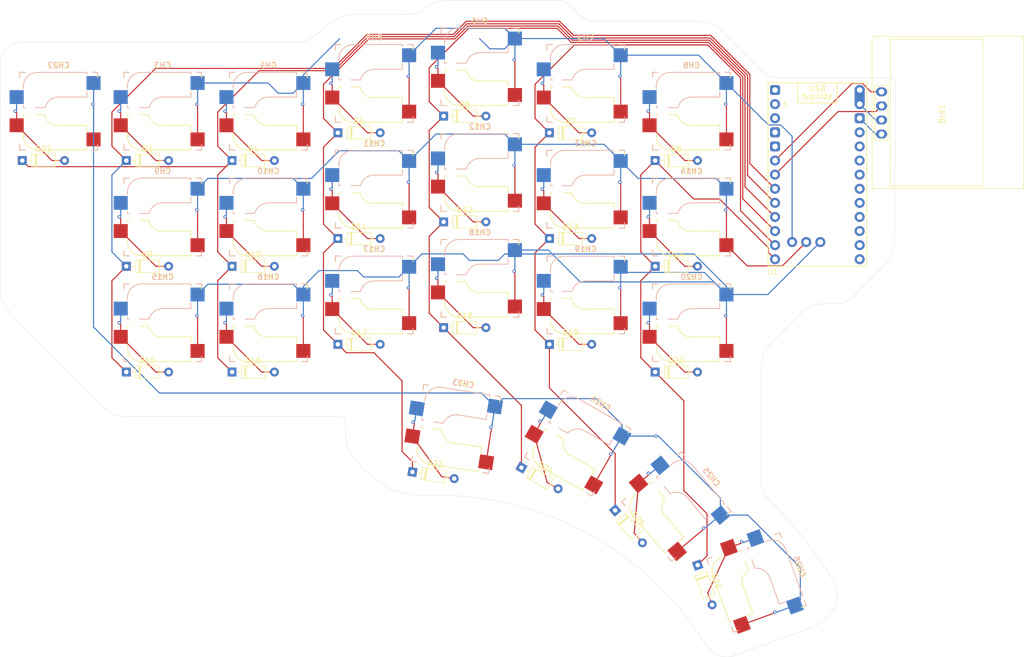
<source format=kicad_pcb>
(kicad_pcb (version 20241229) (generator "pcbnew") (generator_version "9.0")
  (layers (0 "F.Cu" signal) (2 "B.Cu" signal) (13 "F.Paste" user) (15 "B.Paste" user) (5 "F.SilkS" user "F.Silkscreen") (7 "B.SilkS" user "B.Silkscreen") (1 "F.Mask" user) (3 "B.Mask" user) (25 "Edge.Cuts" user))
  (net 0 "")
  (net 1 "Row1")
  (net 2 "Net-(D4-A)")
  (net 3 "Net-(D5-A)")
  (net 4 "Net-(D3-A)")
  (net 5 "Net-(D6-A)")
  (net 6 "Net-(D7-A)")
  (net 9 "Net-(D8-A)")
  (net 11 "Net-(D9-A)")
  (net 12 "VCC")
  (net 14 "SDA")
  (net 16 "Row2")
  (net 19 "Earth")
  (net 20 "Net-(D10-A)")
  (net 21 "SDL")
  (net 22 "Net-(D11-A)")
  (net 23 "Net-(D12-A)")
  (net 24 "Net-(D13-A)")
  (net 26 "Net-(D14-A)")
  (net 31 "Row3")
  (net 32 "Net-(D15-A)")
  (net 35 "Net-(D16-A)")
  (net 36 "Net-(D17-A)")
  (net 37 "Net-(D18-A)")
  (net 38 "Net-(D19-A)")
  (net 39 "Net-(D20-A)")
  (net 40 "Net-(D22-A)")
  (net 41 "Row4")
  (net 42 "Net-(D23-A)")
  (net 43 "Net-(D24-A)")
  (net 44 "Net-(D25-A)")
  (net 45 "Net-(D26-A)")
  (net 46 "Col1")
  (net 47 "Col2")
  (net 48 "Col3")
  (net 49 "Col4")
  (net 50 "Col5")
  (net 51 "Col6")
  (footprint "Library:Kailh_socket_MX_reversible" (layer "F.Cu") (at 196.863462 145.501639 -70)
    (property "Reference" "CH26")
    (property "Value" "KS33_SW_HS")
  )
  (footprint "Library:Kailh_socket_MX_reversible" (layer "F.Cu") (at 147.06 90.738)
    (property "Reference" "CH18")
    (property "Value" "KS33_SW_HS")
  )
  (footprint "Library:Kailh_socket_MX_reversible" (layer "F.Cu") (at 166.11 74.688)
    (property "Reference" "CH13")
    (property "Value" "KS33_SW_HS")
  )
  (footprint "PCM_marbastlib-xp-promicroish:SuperMini_nRF52840_AH_USBup" (layer "F.Cu") (at 207.826 73.338)
    (property "Reference" "U1")
    (property "Value" "SuperMini nRF52840")
  )
  (footprint "Diode_THT:D_DO-35_SOD27_P7.62mm_Horizontal" (layer "F.Cu") (at 83.366 88.578)
    (property "Reference" "D9")
    (property "Value" "1N4148")
  )
  (footprint "Library:Kailh_socket_MX_reversible" (layer "F.Cu") (at 166.11 93.738)
    (property "Reference" "CH19")
    (property "Value" "KS33_SW_HS")
  )
  (footprint "Library:Kailh_socket_MX_reversible" (layer "F.Cu") (at 147.06 71.688)
    (property "Reference" "CH12")
    (property "Value" "KS33_SW_HS")
  )
  (footprint "Diode_THT:D_DO-35_SOD27_P7.62mm_Horizontal" (layer "F.Cu") (at 159.566 102.628)
    (property "Reference" "D19")
    (property "Value" "1N4148")
  )
  (footprint "Library:Kailh_socket_MX_reversible" (layer "F.Cu") (at 182.426 131.838 -50)
    (property "Reference" "CH25")
    (property "Value" "KS33_SW_HS")
  )
  (footprint "Library:Kailh_socket_MX_reversible" (layer "F.Cu") (at 185.16 98.738)
    (property "Reference" "CH20")
    (property "Value" "KS33_SW_HS")
  )
  (footprint "Library:Kailh_socket_MX_reversible" (layer "F.Cu") (at 128.01 55.638)
    (property "Reference" "CH5")
    (property "Value" "KS33_SW_HS")
  )
  (footprint "Diode_THT:D_DO-35_SOD27_P7.62mm_Horizontal" (layer "F.Cu") (at 102.416 107.628)
    (property "Reference" "D16")
    (property "Value" "1N4148")
  )
  (footprint "Diode_THT:D_DO-35_SOD27_P7.62mm_Horizontal" (layer "F.Cu") (at 83.366 69.528)
    (property "Reference" "D3")
    (property "Value" "1N4148")
  )
  (footprint "Diode_THT:D_DO-35_SOD27_P7.62mm_Horizontal" (layer "F.Cu") (at 140.516 80.578)
    (property "Reference" "D12")
    (property "Value" "1N4148")
  )
  (footprint "Library:Kailh_socket_MX_reversible" (layer "F.Cu") (at 147.06 52.638)
    (property "Reference" "CH6")
    (property "Value" "KS33_SW_HS")
  )
  (footprint "Diode_THT:D_DO-35_SOD27_P7.62mm_Horizontal" (layer "F.Cu") (at 178.616 88.578)
    (property "Reference" "D14")
    (property "Value" "1N4148")
  )
  (footprint "Library:Kailh_socket_MX_reversible" (layer "F.Cu") (at 89.91 79.688)
    (property "Reference" "CH9")
    (property "Value" "KS33_SW_HS")
  )
  (footprint "Diode_THT:D_DO-35_SOD27_P7.62mm_Horizontal" (layer "F.Cu") (at 154.53373 124.834966 -30)
    (property "Reference" "D24")
    (property "Value" "1N4148")
  )
  (footprint "Library:Kailh_socket_MX_reversible" (layer "F.Cu") (at 128.01 93.738)
    (property "Reference" "CH17")
    (property "Value" "KS33_SW_HS")
  )
  (footprint "Library:Kailh_socket_MX_reversible" (layer "F.Cu") (at 128.01 74.688)
    (property "Reference" "CH11")
    (property "Value" "KS33_SW_HS")
  )
  (footprint "Diode_THT:D_DO-35_SOD27_P7.62mm_Horizontal" (layer "F.Cu") (at 178.616 69.528)
    (property "Reference" "D8")
    (property "Value" "1N4148")
  )
  (footprint "Library:Kailh_socket_MX_reversible" (layer "F.Cu") (at 108.96 79.688)
    (property "Reference" "CH10")
    (property "Value" "KS33_SW_HS")
  )
  (footprint "Diode_THT:D_DO-35_SOD27_P7.62mm_Horizontal" (layer "F.Cu") (at 171.409463 132.539387 -50)
    (property "Reference" "D25")
    (property "Value" "1N4148")
  )
  (footprint "Diode_THT:D_DO-35_SOD27_P7.62mm_Horizontal" (layer "F.Cu") (at 134.898063 125.624843 -9)
    (property "Reference" "D23")
    (property "Value" "1N4148")
  )
  (footprint "Diode_THT:D_DO-35_SOD27_P7.62mm_Horizontal" (layer "F.Cu") (at 102.416 69.528)
    (property "Reference" "D4")
    (property "Value" "1N4148")
  )
  (footprint "Diode_THT:D_DO-35_SOD27_P7.62mm_Horizontal" (layer "F.Cu") (at 159.566 64.528)
    (property "Reference" "D7")
    (property "Value" "1N4148")
  )
  (footprint "Diode_THT:D_DO-35_SOD27_P7.62mm_Horizontal" (layer "F.Cu") (at 83.366 107.628)
    (property "Reference" "D15")
    (property "Value" "1N4148")
  )
  (footprint "Library:Kailh_socket_MX_reversible" (layer "F.Cu") (at 89.91 98.738)
    (property "Reference" "CH15")
    (property "Value" "KS33_SW_HS")
  )
  (footprint "Library:Kailh_socket_MX_reversible" (layer "F.Cu") (at 108.96 60.638)
    (property "Reference" "CH4")
    (property "Value" "KS33_SW_HS")
  )
  (footprint "Library:Kailh_socket_MX_reversible" (layer "F.Cu") (at 185.16 60.638)
    (property "Reference" "CH8")
    (property "Value" "KS33_SW_HS")
  )
  (footprint "Diode_THT:D_DO-35_SOD27_P7.62mm_Horizontal" (layer "F.Cu") (at 140.516 99.628)
    (property "Reference" "D18")
    (property "Value" "1N4148")
  )
  (footprint "Library:Kailh_socket_MX_reversible" (layer "F.Cu") (at 185.16 79.688)
    (property "Reference" "CH14")
    (property "Value" "KS33_SW_HS")
  )
  (footprint "Library:SSD1306" (layer "F.Cu") (at 229.99 61.15 90)
    (property "Reference" "Brd1")
    (property "Value" "SSD1306")
  )
  (footprint "Diode_THT:D_DO-35_SOD27_P7.62mm_Horizontal" (layer "F.Cu") (at 102.416 88.578)
    (property "Reference" "D10")
    (property "Value" "1N4148")
  )
  (footprint "Diode_THT:D_DO-35_SOD27_P7.62mm_Horizontal" (layer "F.Cu") (at 186.271415 142.39285 -70)
    (property "Reference" "D26")
    (property "Value" "1N4148")
  )
  (footprint "Diode_THT:D_DO-35_SOD27_P7.62mm_Horizontal" (layer "F.Cu") (at 159.566 83.578)
    (property "Reference" "D13")
    (property "Value" "1N4148")
  )
  (footprint "Library:Kailh_socket_MX_reversible" (layer "F.Cu") (at 166.11 55.638)
    (property "Reference" "CH7")
    (property "Value" "KS33_SW_HS")
  )
  (footprint "Diode_THT:D_DO-35_SOD27_P7.62mm_Horizontal" (layer "F.Cu") (at 121.466 102.628)
    (property "Reference" "D17")
    (property "Value" "1N4148")
  )
  (footprint "Diode_THT:D_DO-35_SOD27_P7.62mm_Horizontal" (layer "F.Cu") (at 140.516 61.528)
    (property "Reference" "D6")
    (property "Value" "1N4148")
  )
  (footprint "Diode_THT:D_DO-35_SOD27_P7.62mm_Horizontal" (layer "F.Cu") (at 64.627881 69.528)
    (property "Reference" "D22")
    (property "Value" "1N4148")
  )
  (footprint "Library:Kailh_socket_MX_reversible" (layer "F.Cu") (at 164.646 120.408 -30)
    (property "Reference" "CH24")
    (property "Value" "KS33_SW_HS")
  )
  (footprint "Diode_THT:D_DO-35_SOD27_P7.62mm_Horizontal" (layer "F.Cu") (at 121.466 64.528)
    (property "Reference" "D5")
    (property "Value" "1N4148")
  )
  (footprint "Library:Kailh_socket_MX_reversible" (layer "F.Cu") (at 71.171881 60.638)
    (property "Reference" "CH22")
    (property "Value" "KS33_SW_HS")
  )
  (footprint "Library:Kailh_socket_MX_reversible" (layer "F.Cu") (at 108.96 98.738)
    (property "Reference" "CH16")
    (property "Value" "KS33_SW_HS")
  )
  (footprint "Library:Kailh_socket_MX_reversible" (layer "F.Cu") (at 142.752198 117.868 -9)
    (property "Reference" "CH23")
    (property "Value" "KS33_SW_HS")
  )
  (footprint "Library:Kailh_socket_MX_reversible" (layer "F.Cu") (at 89.91 60.638)
    (property "Reference" "CH3")
    (property "Value" "KS33_SW_HS")
  )
  (footprint "Diode_THT:D_DO-35_SOD27_P7.62mm_Horizontal" (layer "F.Cu") (at 121.466 83.578)
    (property "Reference" "D11")
    (property "Value" "1N4148")
  )
  (footprint "Diode_THT:D_DO-35_SOD27_P7.62mm_Horizontal" (layer "F.Cu") (at 178.616 107.628)
    (property "Reference" "D20")
    (property "Value" "1N4148")
  )
  (gr_line (start 221.93 55.88) (end 221.716 83.498) (stroke (width 0.05)) (layer "Edge.Cuts"))
  (gr_curve (pts (xy 159.7 40.64) (xy 162.24 40.64) (xy 162.24 40.64) (xy 164.145 42.545)) (stroke (width 0.05)) (layer "Edge.Cuts"))
  (gr_line (start 190.18 45.72) (end 197.8 53.34) (stroke (width 0.05)) (layer "Edge.Cuts"))
  (gr_arc (start 60.64 52.07) (mid 61.755923 49.375923) (end 64.45 48.26) (stroke (width 0.05)) (layer "Edge.Cuts"))
  (gr_curve (pts (xy 211.77 95.25) (xy 213.04 95.25) (xy 214.31 93.98) (xy 214.31 93.98)) (stroke (width 0.05)) (layer "Edge.Cuts"))
  (gr_line (start 124.14 43.18) (end 133.03 43.18) (stroke (width 0.05)) (layer "Edge.Cuts"))
  (gr_line (start 216.85 91.44) (end 214.31 93.98) (stroke (width 0.05)) (layer "Edge.Cuts"))
  (gr_curve (pts (xy 210.5 144.78) (xy 213.848159 151.067033) (xy 206.69 153.67) (xy 206.69 153.67)) (stroke (width 0.05)) (layer "Edge.Cuts"))
  (gr_line (start 140.65 40.64) (end 159.7 40.64) (stroke (width 0.05)) (layer "Edge.Cuts"))
  (gr_curve (pts (xy 120.33 115.57) (xy 122.87 115.57) (xy 122.87 115.57) (xy 122.87 119.38)) (stroke (width 0.05)) (layer "Edge.Cuts"))
  (gr_curve (pts (xy 186.37 44.45) (xy 188.91 44.45) (xy 190.18 45.72) (xy 190.18 45.72)) (stroke (width 0.05)) (layer "Edge.Cuts"))
  (gr_curve (pts (xy 133.03 43.18) (xy 135.57 43.18) (xy 135.57 43.18) (xy 137.475 41.91)) (stroke (width 0.05)) (layer "Edge.Cuts"))
  (gr_curve (pts (xy 164.145 42.545) (xy 166.05 44.45) (xy 167.32 44.45) (xy 167.32 44.45)) (stroke (width 0.05)) (layer "Edge.Cuts"))
  (gr_curve (pts (xy 139.38 129.822924) (xy 133.100075 130.170739) (xy 130.542563 128.425554) (xy 130.542563 128.425554)) (stroke (width 0.05)) (layer "Edge.Cuts"))
  (gr_curve (pts (xy 199.19526 130.684742) (xy 197.8 129.54) (xy 197.751665 128.318336) (xy 197.751665 128.318336)) (stroke (width 0.05)) (layer "Edge.Cuts"))
  (gr_arc (start 139.38 129.822924) (mid 166.829985 136.886761) (end 187.460481 156.323379) (stroke (width 0.05)) (layer "Edge.Cuts"))
  (gr_curve (pts (xy 122.87 119.38) (xy 122.87 123.19) (xy 127.985042 126.680369) (xy 127.985042 126.680369)) (stroke (width 0.05)) (layer "Edge.Cuts"))
  (gr_line (start 197.751665 128.318336) (end 197.751665 106.68) (stroke (width 0.05)) (layer "Edge.Cuts"))
  (gr_line (start 216.85 91.44) (end 220.66 87.63) (stroke (width 0.05)) (layer "Edge.Cuts"))
  (gr_line (start 200.34 54.61) (end 216.85 54.61) (stroke (width 0.05)) (layer "Edge.Cuts"))
  (gr_line (start 211.77 95.25) (end 209.865 95.25) (stroke (width 0.05)) (layer "Edge.Cuts"))
  (gr_line (start 60.64 52.07) (end 60.64 92.71) (stroke (width 0.05)) (layer "Edge.Cuts"))
  (gr_line (start 64.45 48.26) (end 113.98 48.26) (stroke (width 0.05)) (layer "Edge.Cuts"))
  (gr_curve (pts (xy 60.64 92.71) (xy 60.64 95.25) (xy 63.18 97.79) (xy 63.18 97.79)) (stroke (width 0.05)) (layer "Edge.Cuts"))
  (gr_curve (pts (xy 205.42 96.52) (xy 206.69 95.25) (xy 209.865 95.25) (xy 209.865 95.25)) (stroke (width 0.05)) (layer "Edge.Cuts"))
  (gr_line (start 130.542563 128.425553) (end 127.985042 126.680369) (stroke (width 0.05)) (layer "Edge.Cuts"))
  (gr_line (start 216.85 54.61) (end 220.66 54.61) (stroke (width 0.05)) (layer "Edge.Cuts"))
  (gr_line (start 120.33 115.57) (end 82.23 115.57) (stroke (width 0.05)) (layer "Edge.Cuts"))
  (gr_line (start 167.32 44.45) (end 186.37 44.45) (stroke (width 0.05)) (layer "Edge.Cuts"))
  (gr_line (start 63.18 97.79) (end 79.69 114.3) (stroke (width 0.05)) (layer "Edge.Cuts"))
  (gr_curve (pts (xy 137.475 41.91) (xy 139.38 40.64) (xy 140.65 40.64) (xy 140.65 40.64)) (stroke (width 0.05)) (layer "Edge.Cuts"))
  (gr_curve (pts (xy 79.69 114.3) (xy 80.96 115.57) (xy 82.23 115.57) (xy 82.23 115.57)) (stroke (width 0.05)) (layer "Edge.Cuts"))
  (gr_curve (pts (xy 197.751665 106.68) (xy 197.751665 104.14) (xy 199.07 102.844479) (xy 199.07 102.844479)) (stroke (width 0.05)) (layer "Edge.Cuts"))
  (gr_curve (pts (xy 187.460481 156.323379) (xy 189.534717 159.887601) (xy 192.72 158.75) (xy 192.72 158.75)) (stroke (width 0.05)) (layer "Edge.Cuts"))
  (gr_curve (pts (xy 113.98 48.26) (xy 116.52 48.26) (xy 119.06 45.72) (xy 119.06 45.72)) (stroke (width 0.05)) (layer "Edge.Cuts"))
  (gr_arc (start 199.19526 130.68474) (mid 205.233606 137.422808) (end 210.5 144.78) (stroke (width 0.05)) (layer "Edge.Cuts"))
  (gr_line (start 199.07 102.844479) (end 205.42 96.52) (stroke (width 0.05)) (layer "Edge.Cuts"))
  (gr_curve (pts (xy 220.66 87.63) (xy 221.691979 86.598056) (xy 221.716 83.498) (xy 221.716 83.498)) (stroke (width 0.05)) (layer "Edge.Cuts"))
  (gr_line (start 192.72 158.75) (end 206.69 153.67) (stroke (width 0.05)) (layer "Edge.Cuts"))
  (gr_curve (pts (xy 119.06 45.72) (xy 121.6 43.18) (xy 124.14 43.18) (xy 124.14 43.18)) (stroke (width 0.05)) (layer "Edge.Cuts"))
  (gr_curve (pts (xy 197.8 53.34) (xy 199.07 54.61) (xy 200.34 54.61) (xy 200.34 54.61)) (stroke (width 0.05)) (layer "Edge.Cuts"))
  (gr_arc (start 220.66 54.61) (mid 221.558026 54.981974) (end 221.93 55.88) (stroke (width 0.05)) (layer "Edge.Cuts"))
  (segment (start 115.25 65.718) (end 115.25 59.502) (width 0.2) (layer "F.Cu") (net 1))
  (segment (start 191.45 65.718) (end 191.45 59.502) (width 0.2) (layer "F.Cu") (net 1))
  (segment (start 96.2 59.502) (end 96.066 59.368) (width 0.2) (layer "F.Cu") (net 1))
  (segment (start 153.35 57.718) (end 153.35 51.502) (width 0.2) (layer "F.Cu") (net 1))
  (segment (start 96.2 65.718) (end 96.2 59.502) (width 0.2) (layer "F.Cu") (net 1))
  (segment (start 172.4 60.718) (end 172.4 54.502) (width 0.2) (layer "F.Cu") (net 1))
  (segment (start 172.4 54.502) (end 172.266 54.368) (width 0.2) (layer "F.Cu") (net 1))
  (segment (start 153.35 51.502) (end 153.216 51.368) (width 0.2) (layer "F.Cu") (net 1))
  (segment (start 134.3 60.718) (end 134.3 54.502) (width 0.2) (layer "F.Cu") (net 1))
  (segment (start 191.45 59.502) (end 191.316 59.368) (width 0.2) (layer "F.Cu") (net 1))
  (segment (start 134.3 54.502) (end 134.166 54.368) (width 0.2) (layer "F.Cu") (net 1))
  (segment (start 115.25 59.502) (end 115.116 59.368) (width 0.2) (layer "F.Cu") (net 1))
  (via (at 191.316 59.368) (size 0.6) (drill 0.3) (layers "F.Cu" "B.Cu") (net 1))
  (via (at 134.166 54.368) (size 0.6) (drill 0.3) (layers "F.Cu" "B.Cu") (net 1))
  (via (at 153.216 51.368) (size 0.6) (drill 0.3) (layers "F.Cu" "B.Cu") (net 1))
  (via (at 115.116 59.368) (size 0.6) (drill 0.3) (layers "F.Cu" "B.Cu") (net 1))
  (via (at 96.066 59.368) (size 0.6) (drill 0.3) (layers "F.Cu" "B.Cu") (net 1))
  (via (at 172.266 54.368) (size 0.6) (drill 0.3) (layers "F.Cu" "B.Cu") (net 1))
  (segment (start 199.005 63.113) (end 201.223 63.113) (width 0.2) (layer "B.Cu") (net 1))
  (segment (start 108.882291 55.558) (end 96.2 55.558) (width 0.2) (layer "B.Cu") (net 1))
  (segment (start 115.25 54.108) (end 115.25 55.558) (width 0.2) (layer "B.Cu") (net 1))
  (segment (start 203.2794 65.1694) (end 203.2794 84.21428) (width 0.2) (layer "B.Cu") (net 1))
  (segment (start 151.499 45.707) (end 139.151 45.707) (width 0.2) (layer "B.Cu") (net 1))
  (segment (start 115.25 55.558) (end 113.399 57.409) (width 0.2) (layer "B.Cu") (net 1))
  (segment (start 201.223 63.113) (end 203.2794 65.1694) (width 0.2) (layer "B.Cu") (net 1))
  (segment (start 96.2 55.558) (end 96.2 59.234) (width 0.2) (layer "B.Cu") (net 1))
  (segment (start 186.45 50.558) (end 172.4 50.558) (width 0.2) (layer "B.Cu") (net 1))
  (segment (start 191.45 55.558) (end 186.45 50.558) (width 0.2) (layer "B.Cu") (net 1))
  (segment (start 115.25 55.558) (end 115.25 59.234) (width 0.2) (layer "B.Cu") (net 1))
  (segment (start 153.35 51.234) (end 153.216 51.368) (width 0.2) (layer "B.Cu") (net 1))
  (segment (start 134.3 54.234) (end 134.166 54.368) (width 0.2) (layer "B.Cu") (net 1))
  (segment (start 153.35 47.558) (end 153.35 51.234) (width 0.2) (layer "B.Cu") (net 1))
  (segment (start 153.35 47.558) (end 151.499 49.409) (width 0.2) (layer "B.Cu") (net 1))
  (segment (start 121.8 47.558) (end 115.25 54.108) (width 0.2) (layer "B.Cu") (net 1))
  (segment (start 191.45 59.234) (end 191.316 59.368) (width 0.2) (layer "B.Cu") (net 1))
  (segment (start 172.4 54.234) (end 172.266 54.368) (width 0.2) (layer "B.Cu") (net 1))
  (segment (start 153.35 47.558) (end 151.499 45.707) (width 0.2) (layer "B.Cu") (net 1))
  (segment (start 191.45 55.558) (end 199.005 63.113) (width 0.2) (layer "B.Cu") (net 1))
  (segment (start 134.3 50.558) (end 134.3 54.234) (width 0.2) (layer "B.Cu") (net 1))
  (segment (start 172.4 50.558) (end 172.4 54.234) (width 0.2) (layer "B.Cu") (net 1))
  (segment (start 110.733291 57.409) (end 108.882291 55.558) (width 0.2) (layer "B.Cu") (net 1))
  (segment (start 169.4 47.558) (end 153.35 47.558) (width 0.2) (layer "B.Cu") (net 1))
  (segment (start 191.45 55.558) (end 191.45 59.234) (width 0.2) (layer "B.Cu") (net 1))
  (segment (start 113.399 57.409) (end 110.733291 57.409) (width 0.2) (layer "B.Cu") (net 1))
  (segment (start 139.151 45.707) (end 134.3 50.558) (width 0.2) (layer "B.Cu") (net 1))
  (segment (start 115.25 59.234) (end 115.116 59.368) (width 0.2) (layer "B.Cu") (net 1))
  (segment (start 151.499 49.409) (end 148.833291 49.409) (width 0.2) (layer "B.Cu") (net 1))
  (segment (start 172.4 50.558) (end 169.4 47.558) (width 0.2) (layer "B.Cu") (net 1))
  (segment (start 148.833291 49.409) (end 146.982291 47.558) (width 0.2) (layer "B.Cu") (net 1))
  (segment (start 96.2 59.234) (end 96.066 59.368) (width 0.2) (layer "B.Cu") (net 1))
  (segment (start 101.4 60.892) (end 101.146 60.638) (width 0.2) (layer "F.Cu") (net 2))
  (segment (start 107.75 69.528) (end 110.036 69.528) (width 0.2) (layer "F.Cu") (net 2))
  (segment (start 101.4 63.178) (end 107.75 69.528) (width 0.2) (layer "F.Cu") (net 2))
  (segment (start 101.4 63.178) (end 101.4 60.892) (width 0.2) (layer "F.Cu") (net 2))
  (via (at 101.146 60.638) (size 0.6) (drill 0.3) (layers "F.Cu" "B.Cu") (net 2))
  (segment (start 101.4 60.384) (end 101.146 60.638) (width 0.2) (layer "B.Cu") (net 2))
  (segment (start 101.4 58.098) (end 101.4 60.384) (width 0.2) (layer "B.Cu") (net 2))
  (segment (start 126.8 64.528) (end 129.086 64.528) (width 0.2) (layer "F.Cu") (net 3))
  (segment (start 120.45 58.178) (end 126.8 64.528) (width 0.2) (layer "F.Cu") (net 3))
  (segment (start 120.45 55.892) (end 120.196 55.638) (width 0.2) (layer "F.Cu") (net 3))
  (segment (start 120.45 58.178) (end 120.45 55.892) (width 0.2) (layer "F.Cu") (net 3))
  (via (at 120.196 55.638) (size 0.6) (drill 0.3) (layers "F.Cu" "B.Cu") (net 3))
  (segment (start 120.45 53.098) (end 120.45 55.384) (width 0.2) (layer "B.Cu") (net 3))
  (segment (start 120.45 55.384) (end 120.196 55.638) (width 0.2) (layer "B.Cu") (net 3))
  (segment (start 88.7 69.528) (end 90.986 69.528) (width 0.2) (layer "F.Cu") (net 4))
  (segment (start 82.35 63.178) (end 88.7 69.528) (width 0.2) (layer "F.Cu") (net 4))
  (segment (start 82.35 60.892) (end 82.096 60.638) (width 0.2) (layer "F.Cu") (net 4))
  (segment (start 82.35 63.178) (end 82.35 60.892) (width 0.2) (layer "F.Cu") (net 4))
  (via (at 82.096 60.638) (size 0.6) (drill 0.3) (layers "F.Cu" "B.Cu") (net 4))
  (segment (start 82.35 58.098) (end 82.35 60.384) (width 0.2) (layer "B.Cu") (net 4))
  (segment (start 82.35 60.384) (end 82.096 60.638) (width 0.2) (layer "B.Cu") (net 4))
  (segment (start 139.5 52.892) (end 139.246 52.638) (width 0.2) (layer "F.Cu") (net 5))
  (segment (start 139.5 55.178) (end 139.5 52.892) (width 0.2) (layer "F.Cu") (net 5))
  (segment (start 139.5 55.178) (end 145.85 61.528) (width 0.2) (layer "F.Cu") (net 5))
  (segment (start 145.85 61.528) (end 148.136 61.528) (width 0.2) (layer "F.Cu") (net 5))
  (via (at 139.246 52.638) (size 0.6) (drill 0.3) (layers "F.Cu" "B.Cu") (net 5))
  (segment (start 139.5 52.384) (end 139.246 52.638) (width 0.2) (layer "B.Cu") (net 5))
  (segment (start 139.5 50.098) (end 139.5 52.384) (width 0.2) (layer "B.Cu") (net 5))
  (segment (start 164.9 64.528) (end 167.186 64.528) (width 0.2) (layer "F.Cu") (net 6))
  (segment (start 158.55 58.178) (end 158.55 55.892) (width 0.2) (layer "F.Cu") (net 6))
  (segment (start 158.55 58.178) (end 164.9 64.528) (width 0.2) (layer "F.Cu") (net 6))
  (segment (start 158.55 55.892) (end 158.296 55.638) (width 0.2) (layer "F.Cu") (net 6))
  (via (at 158.296 55.638) (size 0.6) (drill 0.3) (layers "F.Cu" "B.Cu") (net 6))
  (segment (start 158.55 55.384) (end 158.296 55.638) (width 0.2) (layer "B.Cu") (net 6))
  (segment (start 158.55 53.098) (end 158.55 55.384) (width 0.2) (layer "B.Cu") (net 6))
  (segment (start 177.6 60.892) (end 177.346 60.638) (width 0.2) (layer "F.Cu") (net 9))
  (segment (start 177.6 63.178) (end 177.6 60.892) (width 0.2) (layer "F.Cu") (net 9))
  (segment (start 177.6 63.178) (end 183.95 69.528) (width 0.2) (layer "F.Cu") (net 9))
  (segment (start 183.95 69.528) (end 186.236 69.528) (width 0.2) (layer "F.Cu") (net 9))
  (via (at 177.346 60.638) (size 0.6) (drill 0.3) (layers "F.Cu" "B.Cu") (net 9))
  (segment (start 177.6 60.384) (end 177.346 60.638) (width 0.2) (layer "B.Cu") (net 9))
  (segment (start 177.6 58.098) (end 177.6 60.384) (width 0.2) (layer "B.Cu") (net 9))
  (segment (start 82.35 82.228) (end 88.7 88.578) (width 0.2) (layer "F.Cu") (net 11))
  (segment (start 82.35 82.228) (end 82.35 79.942) (width 0.2) (layer "F.Cu") (net 11))
  (segment (start 88.7 88.578) (end 90.986 88.578) (width 0.2) (layer "F.Cu") (net 11))
  (segment (start 82.35 79.942) (end 82.096 79.688) (width 0.2) (layer "F.Cu") (net 11))
  (via (at 82.096 79.688) (size 0.6) (drill 0.3) (layers "F.Cu" "B.Cu") (net 11))
  (segment (start 82.35 79.434) (end 82.096 79.688) (width 0.2) (layer "B.Cu") (net 11))
  (segment (start 82.35 77.148) (end 82.35 79.434) (width 0.2) (layer "B.Cu") (net 11))
  (segment (start 218.308 62.23) (end 215.446 59.368) (width 0.2) (layer "B.Cu") (net 12))
  (segment (start 219.39 62.23) (end 218.308 62.23) (width 0.2) (layer "B.Cu") (net 12))
  (segment (start 219.39 59.69) (end 218.373 60.707) (width 0.2) (layer "F.Cu") (net 14))
  (segment (start 211.567 60.707) (end 200.206 72.068) (width 0.2) (layer "F.Cu") (net 14))
  (segment (start 218.373 60.707) (end 211.567 60.707) (width 0.2) (layer "F.Cu") (net 14))
  (segment (start 153.35 76.768) (end 153.35 70.552) (width 0.2) (layer "F.Cu") (net 16))
  (segment (start 191.45 78.552) (end 191.316 78.418) (width 0.2) (layer "F.Cu") (net 16))
  (segment (start 191.45 84.768) (end 195.191 88.509) (width 0.2) (layer "F.Cu") (net 16))
  (segment (start 195.191 88.509) (end 201.52468 88.509) (width 0.2) (layer "F.Cu") (net 16))
  (segment (start 201.52468 88.509) (end 205.8194 84.21428) (width 0.2) (layer "F.Cu") (net 16))
  (segment (start 96.2 78.552) (end 96.066 78.418) (width 0.2) (layer "F.Cu") (net 16))
  (segment (start 191.45 84.768) (end 191.45 78.552) (width 0.2) (layer "F.Cu") (net 16))
  (segment (start 115.25 78.552) (end 115.116 78.418) (width 0.2) (layer "F.Cu") (net 16))
  (segment (start 96.2 84.768) (end 96.2 78.552) (width 0.2) (layer "F.Cu") (net 16))
  (segment (start 172.4 73.552) (end 172.266 73.418) (width 0.2) (layer "F.Cu") (net 16))
  (segment (start 134.3 79.768) (end 134.3 73.552) (width 0.2) (layer "F.Cu") (net 16))
  (segment (start 172.4 79.768) (end 172.4 73.552) (width 0.2) (layer "F.Cu") (net 16))
  (segment (start 153.35 70.552) (end 153.216 70.418) (width 0.2) (layer "F.Cu") (net 16))
  (segment (start 115.25 84.768) (end 115.25 78.552) (width 0.2) (layer "F.Cu") (net 16))
  (segment (start 134.3 73.552) (end 134.166 73.418) (width 0.2) (layer "F.Cu") (net 16))
  (via (at 96.066 78.418) (size 0.6) (drill 0.3) (layers "F.Cu" "B.Cu") (net 16))
  (via (at 115.116 78.418) (size 0.6) (drill 0.3) (layers "F.Cu" "B.Cu") (net 16))
  (via (at 153.216 70.418) (size 0.6) (drill 0.3) (layers "F.Cu" "B.Cu") (net 16))
  (via (at 134.166 73.418) (size 0.6) (drill 0.3) (layers "F.Cu" "B.Cu") (net 16))
  (via (at 191.316 78.418) (size 0.6) (drill 0.3) (layers "F.Cu" "B.Cu") (net 16))
  (via (at 172.266 73.418) (size 0.6) (drill 0.3) (layers "F.Cu" "B.Cu") (net 16))
  (segment (start 153.35 70.284) (end 153.216 70.418) (width 0.2) (layer "B.Cu") (net 16))
  (segment (start 153.35 66.608) (end 169.4 66.608) (width 0.2) (layer "B.Cu") (net 16))
  (segment (start 189.599 72.757) (end 191.45 74.608) (width 0.2) (layer "B.Cu") (net 16))
  (segment (start 98.051 72.757) (end 116.714 72.757) (width 0.2) (layer "B.Cu") (net 16))
  (segment (start 175.549 72.757) (end 189.599 72.757) (width 0.2) (layer "B.Cu") (net 16))
  (segment (start 134.3 69.608) (end 139.151 64.757) (width 0.2) (layer "B.Cu") (net 16))
  (segment (start 151.499 64.757) (end 153.35 66.608) (width 0.2) (layer "B.Cu") (net 16))
  (segment (start 191.45 74.608) (end 191.45 78.552) (width 0.2) (layer "B.Cu") (net 16))
  (segment (start 134.3 69.608) (end 134.3 73.284) (width 0.2) (layer "B.Cu") (net 16))
  (segment (start 113.399 72.757) (end 115.25 74.608) (width 0.2) (layer "B.Cu") (net 16))
  (segment (start 169.4 66.608) (end 172.4 69.608) (width 0.2) (layer "B.Cu") (net 16))
  (segment (start 172.4 69.608) (end 175.549 72.757) (width 0.2) (layer "B.Cu") (net 16))
  (segment (start 96.2 74.608) (end 98.051 72.757) (width 0.2) (layer "B.Cu") (net 16))
  (segment (start 96.2 78.284) (end 96.066 78.418) (width 0.2) (layer "B.Cu") (net 16))
  (segment (start 132.449 67.757) (end 134.3 69.608) (width 0.2) (layer "B.Cu") (net 16))
  (segment (start 139.151 64.757) (end 151.499 64.757) (width 0.2) (layer "B.Cu") (net 16))
  (segment (start 98.051 72.757) (end 113.399 72.757) (width 0.2) (layer "B.Cu") (net 16))
  (segment (start 191.45 78.284) (end 191.316 78.418) (width 0.2) (layer "B.Cu") (net 16))
  (segment (start 116.714 72.757) (end 121.714 67.757) (width 0.2) (layer "B.Cu") (net 16))
  (segment (start 115.25 74.608) (end 115.25 78.284) (width 0.2) (layer "B.Cu") (net 16))
  (segment (start 153.35 66.608) (end 153.35 70.284) (width 0.2) (layer "B.Cu") (net 16))
  (segment (start 121.714 67.757) (end 132.449 67.757) (width 0.2) (layer "B.Cu") (net 16))
  (segment (start 172.4 73.284) (end 172.266 73.418) (width 0.2) (layer "B.Cu") (net 16))
  (segment (start 115.25 78.284) (end 115.116 78.418) (width 0.2) (layer "B.Cu") (net 16))
  (segment (start 96.2 74.608) (end 96.2 78.284) (width 0.2) (layer "B.Cu") (net 16))
  (segment (start 134.3 73.284) (end 134.166 73.418) (width 0.2) (layer "B.Cu") (net 16))
  (segment (start 172.4 69.608) (end 172.4 73.284) (width 0.2) (layer "B.Cu") (net 16))
  (segment (start 191.45 74.608) (end 191.45 78.284) (width 0.2) (layer "B.Cu") (net 16))
  (segment (start 219.39 64.77) (end 218.308 64.77) (width 0.2) (layer "B.Cu") (net 19))
  (segment (start 218.308 64.77) (end 215.446 61.908) (width 0.2) (layer "B.Cu") (net 19))
  (segment (start 101.4 82.228) (end 101.4 79.942) (width 0.2) (layer "F.Cu") (net 20))
  (segment (start 107.75 88.578) (end 110.036 88.578) (width 0.2) (layer "F.Cu") (net 20))
  (segment (start 101.4 79.942) (end 101.146 79.688) (width 0.2) (layer "F.Cu") (net 20))
  (segment (start 101.4 82.228) (end 107.75 88.578) (width 0.2) (layer "F.Cu") (net 20))
  (via (at 101.146 79.688) (size 0.6) (drill 0.3) (layers "F.Cu" "B.Cu") (net 20))
  (segment (start 101.4 79.434) (end 101.146 79.688) (width 0.2) (layer "B.Cu") (net 20))
  (segment (start 101.4 77.148) (end 101.4 79.434) (width 0.2) (layer "B.Cu") (net 20))
  (segment (start 217.46647 57.15) (end 215.94347 55.627) (width 0.2) (layer "F.Cu") (net 21))
  (segment (start 219.39 57.15) (end 217.46647 57.15) (width 0.2) (layer "F.Cu") (net 21))
  (segment (start 215.94347 55.627) (end 214.107 55.627) (width 0.2) (layer "F.Cu") (net 21))
  (segment (start 214.107 55.627) (end 200.206 69.528) (width 0.2) (layer "F.Cu") (net 21))
  (segment (start 120.45 77.228) (end 126.8 83.578) (width 0.2) (layer "F.Cu") (net 22))
  (segment (start 120.45 77.228) (end 120.45 74.942) (width 0.2) (layer "F.Cu") (net 22))
  (segment (start 120.45 74.942) (end 120.196 74.688) (width 0.2) (layer "F.Cu") (net 22))
  (segment (start 126.8 83.578) (end 129.086 83.578) (width 0.2) (layer "F.Cu") (net 22))
  (via (at 120.196 74.688) (size 0.6) (drill 0.3) (layers "F.Cu" "B.Cu") (net 22))
  (segment (start 120.45 72.148) (end 120.45 74.434) (width 0.2) (layer "B.Cu") (net 22))
  (segment (start 120.45 74.434) (end 120.196 74.688) (width 0.2) (layer "B.Cu") (net 22))
  (segment (start 139.5 74.228) (end 139.5 71.942) (width 0.2) (layer "F.Cu") (net 23))
  (segment (start 145.85 80.578) (end 148.136 80.578) (width 0.2) (layer "F.Cu") (net 23))
  (segment (start 139.5 71.942) (end 139.246 71.688) (width 0.2) (layer "F.Cu") (net 23))
  (segment (start 139.5 74.228) (end 145.85 80.578) (width 0.2) (layer "F.Cu") (net 23))
  (via (at 139.246 71.688) (size 0.6) (drill 0.3) (layers "F.Cu" "B.Cu") (net 23))
  (segment (start 139.5 69.148) (end 139.5 71.434) (width 0.2) (layer "B.Cu") (net 23))
  (segment (start 139.5 71.434) (end 139.246 71.688) (width 0.2) (layer "B.Cu") (net 23))
  (segment (start 158.55 77.228) (end 164.9 83.578) (width 0.2) (layer "F.Cu") (net 24))
  (segment (start 158.55 77.228) (end 158.55 74.942) (width 0.2) (layer "F.Cu") (net 24))
  (segment (start 158.55 74.942) (end 158.296 74.688) (width 0.2) (layer "F.Cu") (net 24))
  (segment (start 164.9 83.578) (end 167.186 83.578) (width 0.2) (layer "F.Cu") (net 24))
  (via (at 158.296 74.688) (size 0.6) (drill 0.3) (layers "F.Cu" "B.Cu") (net 24))
  (segment (start 158.55 72.148) (end 158.55 74.434) (width 0.2) (layer "B.Cu") (net 24))
  (segment (start 158.55 74.434) (end 158.296 74.688) (width 0.2) (layer "B.Cu") (net 24))
  (segment (start 177.6 82.228) (end 177.6 79.942) (width 0.2) (layer "F.Cu") (net 26))
  (segment (start 177.6 82.228) (end 183.95 88.578) (width 0.2) (layer "F.Cu") (net 26))
  (segment (start 177.6 79.942) (end 177.346 79.688) (width 0.2) (layer "F.Cu") (net 26))
  (segment (start 183.95 88.578) (end 186.236 88.578) (width 0.2) (layer "F.Cu") (net 26))
  (via (at 177.346 79.688) (size 0.6) (drill 0.3) (layers "F.Cu" "B.Cu") (net 26))
  (segment (start 177.6 79.434) (end 177.346 79.688) (width 0.2) (layer "B.Cu") (net 26))
  (segment (start 177.6 77.148) (end 177.6 79.434) (width 0.2) (layer "B.Cu") (net 26))
  (segment (start 96.2 97.602) (end 96.066 97.468) (width 0.2) (layer "F.Cu") (net 31))
  (segment (start 96.2 103.818) (end 96.2 97.602) (width 0.2) (layer "F.Cu") (net 31))
  (segment (start 153.35 95.818) (end 153.35 89.602) (width 0.2) (layer "F.Cu") (net 31))
  (segment (start 134.3 98.818) (end 134.3 92.602) (width 0.2) (layer "F.Cu") (net 31))
  (segment (start 191.45 103.818) (end 191.45 97.602) (width 0.2) (layer "F.Cu") (net 31))
  (segment (start 115.25 103.818) (end 115.25 97.602) (width 0.2) (layer "F.Cu") (net 31))
  (segment (start 134.3 92.602) (end 134.166 92.468) (width 0.2) (layer "F.Cu") (net 31))
  (segment (start 191.45 97.602) (end 191.316 97.468) (width 0.2) (layer "F.Cu") (net 31))
  (segment (start 172.4 92.602) (end 172.266 92.468) (width 0.2) (layer "F.Cu") (net 31))
  (segment (start 172.4 98.818) (end 172.4 92.602) (width 0.2) (layer "F.Cu") (net 31))
  (segment (start 115.25 97.602) (end 115.116 97.468) (width 0.2) (layer "F.Cu") (net 31))
  (segment (start 153.35 89.602) (end 153.216 89.468) (width 0.2) (layer "F.Cu") (net 31))
  (via (at 172.266 92.468) (size 0.6) (drill 0.3) (layers "F.Cu" "B.Cu") (net 31))
  (via (at 134.166 92.468) (size 0.6) (drill 0.3) (layers "F.Cu" "B.Cu") (net 31))
  (via (at 191.316 97.468) (size 0.6) (drill 0.3) (layers "F.Cu" "B.Cu") (net 31))
  (via (at 115.116 97.468) (size 0.6) (drill 0.3) (layers "F.Cu" "B.Cu") (net 31))
  (via (at 96.066 97.468) (size 0.6) (drill 0.3) (layers "F.Cu" "B.Cu") (net 31))
  (via (at 153.216 89.468) (size 0.6) (drill 0.3) (layers "F.Cu" "B.Cu") (net 31))
  (segment (start 115.25 92.208) (end 115.25 93.658) (width 0.2) (layer "B.Cu") (net 31))
  (segment (start 144.016709 86.347) (end 136.611 86.347) (width 0.2) (layer "B.Cu") (net 31))
  (segment (start 153.35 85.658) (end 153.35 89.334) (width 0.2) (layer "B.Cu") (net 31))
  (segment (start 113.399 91.807) (end 98.051 91.807) (width 0.2) (layer "B.Cu") (net 31))
  (segment (start 187.471 89.679) (end 173.421 89.679) (width 0.2) (layer "B.Cu") (net 31))
  (segment (start 115.25 97.334) (end 115.116 97.468) (width 0.2) (layer "B.Cu") (net 31))
  (segment (start 134.3 92.334) (end 134.166 92.468) (width 0.2) (layer "B.Cu") (net 31))
  (segment (start 118.111 89.347) (end 115.25 92.208) (width 0.2) (layer "B.Cu") (net 31))
  (segment (start 189.1851 91.3931) (end 165.112809 91.3931) (width 0.2) (layer "B.Cu") (net 31))
  (segment (start 191.45 92.208) (end 185.602 86.36) (width 0.2) (layer "B.Cu") (net 31))
  (segment (start 159.377709 85.658) (end 153.35 85.658) (width 0.2) (layer "B.Cu") (net 31))
  (segment (start 191.45 93.658) (end 191.45 92.208) (width 0.2) (layer "B.Cu") (net 31))
  (segment (start 136.611 86.347) (end 134.3 88.658) (width 0.2) (layer "B.Cu") (net 31))
  (segment (start 191.45 93.658) (end 198.91568 93.658) (width 0.2) (layer "B.Cu") (net 31))
  (segment (start 115.25 93.658) (end 115.25 97.334) (width 0.2) (layer "B.Cu") (net 31))
  (segment (start 198.91568 93.658) (end 208.3594 84.21428) (width 0.2) (layer "B.Cu") (net 31))
  (segment (start 173.421 89.679) (end 172.4 88.658) (width 0.2) (layer "B.Cu") (net 31))
  (segment (start 134.3 88.658) (end 132.449 90.509) (width 0.2) (layer "B.Cu") (net 31))
  (segment (start 153.35 89.334) (end 153.216 89.468) (width 0.2) (layer "B.Cu") (net 31))
  (segment (start 115.25 93.658) (end 113.399 91.807) (width 0.2) (layer "B.Cu") (net 31))
  (segment (start 191.45 93.658) (end 187.471 89.679) (width 0.2) (layer "B.Cu") (net 31))
  (segment (start 96.2 93.658) (end 96.2 97.334) (width 0.2) (layer "B.Cu") (net 31))
  (segment (start 150.366709 87.509) (end 145.178709 87.509) (width 0.2) (layer "B.Cu") (net 31))
  (segment (start 191.45 97.334) (end 191.316 97.468) (width 0.2) (layer "B.Cu") (net 31))
  (segment (start 96.2 97.334) (end 96.066 97.468) (width 0.2) (layer "B.Cu") (net 31))
  (segment (start 98.051 91.807) (end 96.2 93.658) (width 0.2) (layer "B.Cu") (net 31))
  (segment (start 151.515709 86.36) (end 150.366709 87.509) (width 0.2) (layer "B.Cu") (net 31))
  (segment (start 126.128709 90.509) (end 124.966709 89.347) (width 0.2) (layer "B.Cu") (net 31))
  (segment (start 191.45 93.658) (end 191.45 97.334) (width 0.2) (layer "B.Cu") (net 31))
  (segment (start 172.4 92.334) (end 172.266 92.468) (width 0.2) (layer "B.Cu") (net 31))
  (segment (start 132.449 90.509) (end 126.128709 90.509) (width 0.2) (layer "B.Cu") (net 31))
  (segment (start 145.178709 87.509) (end 144.016709 86.347) (width 0.2) (layer "B.Cu") (net 31))
  (segment (start 134.3 88.658) (end 134.3 92.334) (width 0.2) (layer "B.Cu") (net 31))
  (segment (start 124.966709 89.347) (end 118.111 89.347) (width 0.2) (layer "B.Cu") (net 31))
  (segment (start 165.112809 91.3931) (end 159.377709 85.658) (width 0.2) (layer "B.Cu") (net 31))
  (segment (start 191.45 93.658) (end 189.1851 91.3931) (width 0.2) (layer "B.Cu") (net 31))
  (segment (start 172.4 88.658) (end 172.4 92.334) (width 0.2) (layer "B.Cu") (net 31))
  (segment (start 185.602 86.36) (end 151.515709 86.36) (width 0.2) (layer "B.Cu") (net 31))
  (segment (start 82.35 98.992) (end 82.096 98.738) (width 0.2) (layer "F.Cu") (net 32))
  (segment (start 82.35 101.278) (end 82.35 98.992) (width 0.2) (layer "F.Cu") (net 32))
  (segment (start 88.7 107.628) (end 90.986 107.628) (width 0.2) (layer "F.Cu") (net 32))
  (segment (start 82.35 101.278) (end 88.7 107.628) (width 0.2) (layer "F.Cu") (net 32))
  (via (at 82.096 98.738) (size 0.6) (drill 0.3) (layers "F.Cu" "B.Cu") (net 32))
  (segment (start 82.35 96.198) (end 82.35 98.484) (width 0.2) (layer "B.Cu") (net 32))
  (segment (start 82.35 98.484) (end 82.096 98.738) (width 0.2) (layer "B.Cu") (net 32))
  (segment (start 101.4 101.278) (end 101.4 98.992) (width 0.2) (layer "F.Cu") (net 35))
  (segment (start 101.4 101.278) (end 107.75 107.628) (width 0.2) (layer "F.Cu") (net 35))
  (segment (start 107.75 107.628) (end 110.036 107.628) (width 0.2) (layer "F.Cu") (net 35))
  (segment (start 101.4 98.992) (end 101.146 98.738) (width 0.2) (layer "F.Cu") (net 35))
  (via (at 101.146 98.738) (size 0.6) (drill 0.3) (layers "F.Cu" "B.Cu") (net 35))
  (segment (start 101.4 96.198) (end 101.4 98.484) (width 0.2) (layer "B.Cu") (net 35))
  (segment (start 101.4 98.484) (end 101.146 98.738) (width 0.2) (layer "B.Cu") (net 35))
  (segment (start 126.8 102.628) (end 129.086 102.628) (width 0.2) (layer "F.Cu") (net 36))
  (segment (start 120.45 96.278) (end 126.8 102.628) (width 0.2) (layer "F.Cu") (net 36))
  (segment (start 120.45 93.992) (end 120.196 93.738) (width 0.2) (layer "F.Cu") (net 36))
  (segment (start 120.45 96.278) (end 120.45 93.992) (width 0.2) (layer "F.Cu") (net 36))
  (via (at 120.196 93.738) (size 0.6) (drill 0.3) (layers "F.Cu" "B.Cu") (net 36))
  (segment (start 120.45 93.484) (end 120.196 93.738) (width 0.2) (layer "B.Cu") (net 36))
  (segment (start 120.45 91.198) (end 120.45 93.484) (width 0.2) (layer "B.Cu") (net 36))
  (segment (start 139.5 93.278) (end 139.5 90.992) (width 0.2) (layer "F.Cu") (net 37))
  (segment (start 145.85 99.628) (end 148.136 99.628) (width 0.2) (layer "F.Cu") (net 37))
  (segment (start 139.5 90.992) (end 139.246 90.738) (width 0.2) (layer "F.Cu") (net 37))
  (segment (start 139.5 93.278) (end 145.85 99.628) (width 0.2) (layer "F.Cu") (net 37))
  (via (at 139.246 90.738) (size 0.6) (drill 0.3) (layers "F.Cu" "B.Cu") (net 37))
  (segment (start 139.5 90.484) (end 139.246 90.738) (width 0.2) (layer "B.Cu") (net 37))
  (segment (start 139.5 88.198) (end 139.5 90.484) (width 0.2) (layer "B.Cu") (net 37))
  (segment (start 158.55 96.278) (end 158.55 93.992) (width 0.2) (layer "F.Cu") (net 38))
  (segment (start 158.55 96.278) (end 164.9 102.628) (width 0.2) (layer "F.Cu") (net 38))
  (segment (start 164.9 102.628) (end 167.186 102.628) (width 0.2) (layer "F.Cu") (net 38))
  (segment (start 158.55 93.992) (end 158.296 93.738) (width 0.2) (layer "F.Cu") (net 38))
  (via (at 158.296 93.738) (size 0.6) (drill 0.3) (layers "F.Cu" "B.Cu") (net 38))
  (segment (start 158.55 91.198) (end 158.55 93.484) (width 0.2) (layer "B.Cu") (net 38))
  (segment (start 158.55 93.484) (end 158.296 93.738) (width 0.2) (layer "B.Cu") (net 38))
  (segment (start 183.95 107.628) (end 186.236 107.628) (width 0.2) (layer "F.Cu") (net 39))
  (segment (start 177.6 98.992) (end 177.346 98.738) (width 0.2) (layer "F.Cu") (net 39))
  (segment (start 177.6 101.278) (end 177.6 98.992) (width 0.2) (layer "F.Cu") (net 39))
  (segment (start 177.6 101.278) (end 183.95 107.628) (width 0.2) (layer "F.Cu") (net 39))
  (via (at 177.346 98.738) (size 0.6) (drill 0.3) (layers "F.Cu" "B.Cu") (net 39))
  (segment (start 177.6 96.198) (end 177.6 98.484) (width 0.2) (layer "B.Cu") (net 39))
  (segment (start 177.6 98.484) (end 177.346 98.738) (width 0.2) (layer "B.Cu") (net 39))
  (segment (start 63.611881 63.178) (end 69.961881 69.528) (width 0.2) (layer "F.Cu") (net 40))
  (segment (start 63.611881 63.178) (end 63.611881 60.892) (width 0.2) (layer "F.Cu") (net 40))
  (segment (start 69.961881 69.528) (end 72.247881 69.528) (width 0.2) (layer "F.Cu") (net 40))
  (segment (start 63.611881 60.892) (end 63.357881 60.638) (width 0.2) (layer "F.Cu") (net 40))
  (via (at 63.357881 60.638) (size 0.6) (drill 0.3) (layers "F.Cu" "B.Cu") (net 40))
  (segment (start 63.611881 58.098) (end 63.611881 60.384) (width 0.2) (layer "B.Cu") (net 40))
  (segment (start 63.611881 60.384) (end 63.357881 60.638) (width 0.2) (layer "B.Cu") (net 40))
  (segment (start 194.241131 153.149768) (end 200.08226 151.023771) (width 0.2) (layer "F.Cu") (net 41))
  (segment (start 167.5533 127.952409) (end 170.6613 122.569195) (width 0.2) (layer "F.Cu") (net 41))
  (segment (start 148.170071 123.869431) (end 149.142467 117.729959) (width 0.2) (layer "F.Cu") (net 41))
  (segment (start 170.6613 122.569195) (end 170.612253 122.386148) (width 0.2) (layer "F.Cu") (net 41))
  (segment (start 149.142467 117.729959) (end 149.03108 117.576648) (width 0.2) (layer "F.Cu") (net 41))
  (segment (start 77.461881 59.502) (end 77.327881 59.368) (width 0.2) (layer "F.Cu") (net 41))
  (segment (start 182.577629 139.921781) (end 187.339361 135.926213) (width 0.2) (layer "F.Cu") (net 41))
  (segment (start 77.461881 65.718) (end 77.461881 59.502) (width 0.2) (layer "F.Cu") (net 41))
  (segment (start 187.339361 135.926213) (end 187.355877 135.73743) (width 0.2) (layer "F.Cu") (net 41))
  (segment (start 200.08226 151.023771) (end 200.162348 150.852021) (width 0.2) (layer "F.Cu") (net 41))
  (via (at 170.612253 122.386148) (size 0.6) (drill 0.3) (layers "F.Cu" "B.Cu") (net 41))
  (via (at 187.355877 135.73743) (size 0.6) (drill 0.3) (layers "F.Cu" "B.Cu") (net 41))
  (via (at 149.03108 117.576648) (size 0.6) (drill 0.3) (layers "F.Cu" "B.Cu") (net 41))
  (via (at 200.162348 150.852021) (size 0.6) (drill 0.3) (layers "F.Cu" "B.Cu") (net 41))
  (via (at 77.327881 59.368) (size 0.6) (drill 0.3) (layers "F.Cu" "B.Cu") (net 41))
  (via (at 178.75 119.153591) (size 0.6) (drill 0.3) (layers "F.Cu" "B.Cu") (net 41))
  (segment (start 172.6333 119.153591) (end 178.75 119.153591) (width 0.2) (layer "B.Cu") (net 41))
  (segment (start 172.6333 119.153591) (end 170.7953 122.3371) (width 0.2) (layer "B.Cu") (net 41))
  (segment (start 167.967263 112.407263) (end 172.6333 117.0733) (width 0.2) (layer "B.Cu") (net 41))
  (segment (start 172.6333 117.0733) (end 172.6333 119.153591) (width 0.2) (layer "B.Cu") (net 41))
  (segment (start 204.763664 148.699586) (end 203.788407 149.674843) (width 0.2) (layer "B.Cu") (net 41))
  (segment (start 149.759444 113.834515) (end 151.186696 112.407263) (width 0.2) (layer "B.Cu") (net 41))
  (segment (start 179.203094 119.153591) (end 190.36064 130.311137) (width 0.2) (layer "B.Cu") (net 41))
  (segment (start 170.7953 122.3371) (end 170.612253 122.386148) (width 0.2) (layer "B.Cu") (net 41))
  (segment (start 190.36064 133.391059) (end 187.544661 135.753946) (width 0.2) (layer "B.Cu") (net 41))
  (segment (start 149.759444 113.834517) (end 149.184391 117.465259) (width 0.2) (layer "B.Cu") (net 41))
  (segment (start 178.75 119.153591) (end 179.203094 119.153591) (width 0.2) (layer "B.Cu") (net 41))
  (segment (start 204.763664 142.838035) (end 204.763664 148.699586) (width 0.2) (layer "B.Cu") (net 41))
  (segment (start 147.321816 111.396887) (end 149.759444 113.834515) (width 0.2) (layer "B.Cu") (net 41))
  (segment (start 203.788408 149.674843) (end 200.334098 150.932109) (width 0.2) (layer "B.Cu") (net 41))
  (segment (start 187.544661 135.753946) (end 187.355877 135.73743) (width 0.2) (layer "B.Cu") (net 41))
  (segment (start 89.336887 111.396887) (end 147.321816 111.396887) (width 0.2) (layer "B.Cu") (net 41))
  (segment (start 77.461881 55.558) (end 77.461881 59.234) (width 0.2) (layer "B.Cu") (net 41))
  (segment (start 190.36064 133.391058) (end 195.316687 133.391058) (width 0.2) (layer "B.Cu") (net 41))
  (segment (start 195.316687 133.391058) (end 204.763664 142.838035) (width 0.2) (layer "B.Cu") (net 41))
  (segment (start 77.461881 59.234) (end 77.327881 59.368) (width 0.2) (layer "B.Cu") (net 41))
  (segment (start 151.186696 112.407263) (end 167.967263 112.407263) (width 0.2) (layer "B.Cu") (net 41))
  (segment (start 77.461881 99.521881) (end 89.336887 111.396887) (width 0.2) (layer "B.Cu") (net 41))
  (segment (start 77.461881 55.558) (end 77.461881 99.521881) (width 0.2) (layer "B.Cu") (net 41))
  (segment (start 190.36064 130.311137) (end 190.36064 133.391058) (width 0.2) (layer "B.Cu") (net 41))
  (segment (start 149.184391 117.465259) (end 149.03108 117.576648) (width 0.2) (layer "B.Cu") (net 41))
  (segment (start 200.334098 150.932109) (end 200.162348 150.852021) (width 0.2) (layer "B.Cu") (net 41))
  (segment (start 134.88793 119.194085) (end 140.166392 126.459265) (width 0.2) (layer "F.Cu") (net 42))
  (segment (start 140.166392 126.459265) (end 142.424249 126.816874) (width 0.2) (layer "F.Cu") (net 42))
  (segment (start 135.24554 116.93623) (end 135.034401 116.645622) (width 0.2) (layer "F.Cu") (net 42))
  (segment (start 134.88793 119.194085) (end 135.24554 116.93623) (width 0.2) (layer "F.Cu") (net 42))
  (via (at 135.034401 116.645622) (size 0.6) (drill 0.3) (layers "F.Cu" "B.Cu") (net 42))
  (segment (start 135.325009 116.434483) (end 135.034401 116.645622) (width 0.2) (layer "B.Cu") (net 42))
  (segment (start 135.682618 114.176629) (end 135.325009 116.434483) (width 0.2) (layer "B.Cu") (net 42))
  (segment (start 157.971848 116.84797) (end 157.878878 116.501) (width 0.2) (layer "F.Cu") (net 43))
  (segment (start 156.828848 118.827705) (end 159.153109 127.501966) (width 0.2) (layer "F.Cu") (net 43))
  (segment (start 159.153109 127.501966) (end 161.132843 128.644966) (width 0.2) (layer "F.Cu") (net 43))
  (segment (start 156.828848 118.827705) (end 157.971848 116.84797) (width 0.2) (layer "F.Cu") (net 43))
  (via (at 157.878878 116.501) (size 0.6) (drill 0.3) (layers "F.Cu" "B.Cu") (net 43))
  (segment (start 158.225848 116.40803) (end 157.878878 116.501) (width 0.2) (layer "B.Cu") (net 43))
  (segment (start 159.368848 114.428295) (end 158.225848 116.40803) (width 0.2) (layer "B.Cu") (net 43))
  (segment (start 177.371951 126.209972) (end 177.403258 125.852129) (width 0.2) (layer "F.Cu") (net 44))
  (segment (start 175.620773 127.679385) (end 177.371951 126.209972) (width 0.2) (layer "F.Cu") (net 44))
  (segment (start 174.838092 136.625468) (end 176.307505 138.376646) (width 0.2) (layer "F.Cu") (net 44))
  (segment (start 175.620773 127.679385) (end 174.838092 136.625468) (width 0.2) (layer "F.Cu") (net 44))
  (via (at 177.403258 125.852129) (size 0.6) (drill 0.3) (layers "F.Cu" "B.Cu") (net 44))
  (segment (start 179.512279 124.414024) (end 177.761101 125.883436) (width 0.2) (layer "B.Cu") (net 44))
  (segment (start 177.761101 125.883436) (end 177.403258 125.852129) (width 0.2) (layer "B.Cu") (net 44))
  (segment (start 191.890971 139.266294) (end 188.095751 147.40517) (width 0.2) (layer "F.Cu") (net 45))
  (segment (start 188.095751 147.40517) (end 188.877609 149.553307) (width 0.2) (layer "F.Cu") (net 45))
  (segment (start 191.890971 139.266294) (end 194.039108 138.484436) (width 0.2) (layer "F.Cu") (net 45))
  (segment (start 194.039108 138.484436) (end 194.190917 138.158881) (width 0.2) (layer "F.Cu") (net 45))
  (via (at 194.190917 138.158881) (size 0.6) (drill 0.3) (layers "F.Cu" "B.Cu") (net 45))
  (segment (start 196.664609 137.528832) (end 194.516472 138.31069) (width 0.2) (layer "B.Cu") (net 45))
  (segment (start 194.516472 138.31069) (end 194.190917 138.158881) (width 0.2) (layer "B.Cu") (net 45))
  (segment (start 126.731495 46.814596) (end 142.214395 46.814596) (width 0.2) (layer "F.Cu") (net 46))
  (segment (start 80.774 66.936) (end 80.774 60.806291) (width 0.2) (layer "F.Cu") (net 46))
  (segment (start 88.641291 52.939) (end 120.607091 52.939) (width 0.2) (layer "F.Cu") (net 46))
  (segment (start 195.661 70.063) (end 200.206 74.608) (width 0.2) (layer "F.Cu") (net 46))
  (segment (start 120.607091 52.939) (end 126.731495 46.814596) (width 0.2) (layer "F.Cu") (net 46))
  (segment (start 195.661 54.0126) (end 195.661 70.063) (width 0.2) (layer "F.Cu") (net 46))
  (segment (start 161.4013 44.45) (end 163.9413 46.99) (width 0.2) (layer "F.Cu") (net 46))
  (segment (start 83.366 69.528) (end 80.774 66.936) (width 0.2) (layer "F.Cu") (net 46))
  (segment (start 83.366 107.628) (end 80.774 105.036) (width 0.2) (layer "F.Cu") (net 46))
  (segment (start 142.214395 46.814596) (end 144.578991 44.45) (width 0.2) (layer "F.Cu") (net 46))
  (segment (start 80.774 105.036) (end 80.774 91.17) (width 0.2) (layer "F.Cu") (net 46))
  (segment (start 80.774 60.806291) (end 88.641291 52.939) (width 0.2) (layer "F.Cu") (net 46))
  (segment (start 144.578991 44.45) (end 161.4013 44.45) (width 0.2) (layer "F.Cu") (net 46))
  (segment (start 80.774 91.17) (end 83.366 88.578) (width 0.2) (layer "F.Cu") (net 46))
  (segment (start 188.6384 46.99) (end 195.661 54.0126) (width 0.2) (layer "F.Cu") (net 46))
  (segment (start 163.9413 46.99) (end 188.6384 46.99) (width 0.2) (layer "F.Cu") (net 46))
  (segment (start 80.774 72.12) (end 80.774 85.986) (width 0.2) (layer "B.Cu") (net 46))
  (segment (start 83.366 69.528) (end 80.774 72.12) (width 0.2) (layer "B.Cu") (net 46))
  (segment (start 80.774 85.986) (end 83.366 88.578) (width 0.2) (layer "B.Cu") (net 46))
  (segment (start 107.290291 53.34) (end 120.773191 53.34) (width 0.2) (layer "F.Cu") (net 47))
  (segment (start 99.824 66.936) (end 99.824 60.806291) (width 0.2) (layer "F.Cu") (net 47))
  (segment (start 102.416 69.528) (end 99.824 72.12) (width 0.2) (layer "F.Cu") (net 47))
  (segment (start 161.2892 44.905) (end 163.8422 47.458) (width 0.2) (layer "F.Cu") (net 47))
  (segment (start 163.8422 47.458) (end 188.5393 47.458) (width 0.2) (layer "F.Cu") (net 47))
  (segment (start 101.315 70.629) (end 102.416 69.528) (width 0.2) (layer "F.Cu") (net 47))
  (segment (start 64.627881 69.528) (end 65.728881 70.629) (width 0.2) (layer "F.Cu") (net 47))
  (segment (start 195.26 54.1787) (end 195.26 72.202) (width 0.2) (layer "F.Cu") (net 47))
  (segment (start 99.824 105.036) (end 102.416 107.628) (width 0.2) (layer "F.Cu") (net 47))
  (segment (start 99.824 72.12) (end 99.824 85.986) (width 0.2) (layer "F.Cu") (net 47))
  (segment (start 99.824 85.986) (end 102.416 88.578) (width 0.2) (layer "F.Cu") (net 47))
  (segment (start 195.26 72.202) (end 200.206 77.148) (width 0.2) (layer "F.Cu") (net 47))
  (segment (start 99.824 60.806291) (end 107.290291 53.34) (width 0.2) (layer "F.Cu") (net 47))
  (segment (start 144.691091 44.905) (end 161.2892 44.905) (width 0.2) (layer "F.Cu") (net 47))
  (segment (start 188.5393 47.458) (end 195.26 54.1787) (width 0.2) (layer "F.Cu") (net 47))
  (segment (start 142.380495 47.215596) (end 144.691091 44.905) (width 0.2) (layer "F.Cu") (net 47))
  (segment (start 120.773191 53.34) (end 126.897595 47.215596) (width 0.2) (layer "F.Cu") (net 47))
  (segment (start 102.416 88.578) (end 99.824 91.17) (width 0.2) (layer "F.Cu") (net 47))
  (segment (start 126.897595 47.215596) (end 142.380495 47.215596) (width 0.2) (layer "F.Cu") (net 47))
  (segment (start 102.416 69.528) (end 99.824 66.936) (width 0.2) (layer "F.Cu") (net 47))
  (segment (start 65.728881 70.629) (end 101.315 70.629) (width 0.2) (layer "F.Cu") (net 47))
  (segment (start 99.824 91.17) (end 99.824 105.036) (width 0.2) (layer "F.Cu") (net 47))
  (segment (start 118.874 61.936) (end 118.874 55.806291) (width 0.2) (layer "F.Cu") (net 48))
  (segment (start 188.3732 47.859) (end 194.792 54.2778) (width 0.2) (layer "F.Cu") (net 48))
  (segment (start 118.874 100.036) (end 118.874 86.17) (width 0.2) (layer "F.Cu") (net 48))
  (segment (start 163.6761 47.859) (end 188.3732 47.859) (width 0.2) (layer "F.Cu") (net 48))
  (segment (start 144.857191 45.306) (end 161.1231 45.306) (width 0.2) (layer "F.Cu") (net 48))
  (segment (start 161.1231 45.306) (end 163.6761 47.859) (width 0.2) (layer "F.Cu") (net 48))
  (segment (start 118.874 80.986) (end 118.874 67.12) (width 0.2) (layer "F.Cu") (net 48))
  (segment (start 133.03 109.22) (end 133.03 121.92) (width 0.2) (layer "F.Cu") (net 48))
  (segment (start 134.898063 123.788063) (end 134.898063 125.624843) (width 0.2) (layer "F.Cu") (net 48))
  (segment (start 118.874 86.17) (end 121.466 83.578) (width 0.2) (layer "F.Cu") (net 48))
  (segment (start 122.978 104.14) (end 127.95 104.14) (width 0.2) (layer "F.Cu") (net 48))
  (segment (start 133.03 121.92) (end 134.898063 123.788063) (width 0.2) (layer "F.Cu") (net 48))
  (segment (start 121.466 64.528) (end 118.874 61.936) (width 0.2) (layer "F.Cu") (net 48))
  (segment (start 194.792 74.274) (end 200.206 79.688) (width 0.2) (layer "F.Cu") (net 48))
  (segment (start 121.466 102.628) (end 122.978 104.14) (width 0.2) (layer "F.Cu") (net 48))
  (segment (start 194.792 54.2778) (end 194.792 74.274) (width 0.2) (layer "F.Cu") (net 48))
  (segment (start 127.95 104.14) (end 133.03 109.22) (width 0.2) (layer "F.Cu") (net 48))
  (segment (start 121.466 102.628) (end 118.874 100.036) (width 0.2) (layer "F.Cu") (net 48))
  (segment (start 142.546595 47.616596) (end 144.857191 45.306) (width 0.2) (layer "F.Cu") (net 48))
  (segment (start 121.466 83.578) (end 118.874 80.986) (width 0.2) (layer "F.Cu") (net 48))
  (segment (start 118.874 67.12) (end 121.466 64.528) (width 0.2) (layer "F.Cu") (net 48))
  (segment (start 118.874 55.806291) (end 127.063695 47.616596) (width 0.2) (layer "F.Cu") (net 48))
  (segment (start 127.063695 47.616596) (end 142.546595 47.616596) (width 0.2) (layer "F.Cu") (net 48))
  (segment (start 137.924 97.036) (end 140.516 99.628) (width 0.2) (layer "F.Cu") (net 49))
  (segment (start 194.391 54.4439) (end 194.391 76.413) (width 0.2) (layer "F.Cu") (net 49))
  (segment (start 154.53373 113.64573) (end 154.53373 124.834966) (width 0.2) (layer "F.Cu") (net 49))
  (segment (start 137.924 58.936) (end 137.924 52.806291) (width 0.2) (layer "F.Cu") (net 49))
  (segment (start 140.516 61.528) (end 137.924 58.936) (width 0.2) (layer "F.Cu") (net 49))
  (segment (start 137.924 83.17) (end 137.924 97.036) (width 0.2) (layer "F.Cu") (net 49))
  (segment (start 194.391 76.413) (end 200.206 82.228) (width 0.2) (layer "F.Cu") (net 49))
  (segment (start 137.924 64.12) (end 137.924 77.986) (width 0.2) (layer "F.Cu") (net 49))
  (segment (start 140.516 80.578) (end 137.924 83.17) (width 0.2) (layer "F.Cu") (net 49))
  (segment (start 140.516 99.628) (end 154.53373 113.64573) (width 0.2) (layer "F.Cu") (net 49))
  (segment (start 140.516 61.528) (end 137.924 64.12) (width 0.2) (layer "F.Cu") (net 49))
  (segment (start 163.51 48.26) (end 188.2071 48.26) (width 0.2) (layer "F.Cu") (net 49))
  (segment (start 137.924 77.986) (end 140.516 80.578) (width 0.2) (layer "F.Cu") (net 49))
  (segment (start 145.023291 45.707) (end 160.957 45.707) (width 0.2) (layer "F.Cu") (net 49))
  (segment (start 188.2071 48.26) (end 194.391 54.4439) (width 0.2) (layer "F.Cu") (net 49))
  (segment (start 160.957 45.707) (end 163.51 48.26) (width 0.2) (layer "F.Cu") (net 49))
  (segment (start 137.924 52.806291) (end 145.023291 45.707) (width 0.2) (layer "F.Cu") (net 49))
  (segment (start 156.974 80.986) (end 156.974 67.12) (width 0.2) (layer "F.Cu") (net 50))
  (segment (start 156.974 86.17) (end 159.566 83.578) (width 0.2) (layer "F.Cu") (net 50))
  (segment (start 159.566 102.628) (end 156.974 100.036) (width 0.2) (layer "F.Cu") (net 50))
  (segment (start 156.974 61.936) (end 156.974 55.806291) (width 0.2) (layer "F.Cu") (net 50))
  (segment (start 156.974 55.806291) (end 164.073291 48.707) (width 0.2) (layer "F.Cu") (net 50))
  (segment (start 164.073291 48.707) (end 188.087 48.707) (width 0.2) (layer "F.Cu") (net 50))
  (segment (start 156.974 100.036) (end 156.974 86.17) (width 0.2) (layer "F.Cu") (net 50))
  (segment (start 159.566 83.578) (end 156.974 80.986) (width 0.2) (layer "F.Cu") (net 50))
  (segment (start 193.99 78.552) (end 200.206 84.768) (width 0.2) (layer "F.Cu") (net 50))
  (segment (start 171.409463 122.333415) (end 159.566 110.489952) (width 0.2) (layer "F.Cu") (net 50))
  (segment (start 159.566 64.528) (end 156.974 61.936) (width 0.2) (layer "F.Cu") (net 50))
  (segment (start 193.99 54.61) (end 193.99 78.552) (width 0.2) (layer "F.Cu") (net 50))
  (segment (start 159.566 110.489952) (end 159.566 102.628) (width 0.2) (layer "F.Cu") (net 50))
  (segment (start 171.409463 132.539387) (end 171.409463 122.333415) (width 0.2) (layer "F.Cu") (net 50))
  (segment (start 188.087 48.707) (end 193.99 54.61) (width 0.2) (layer "F.Cu") (net 50))
  (segment (start 156.974 67.12) (end 159.566 64.528) (width 0.2) (layer "F.Cu") (net 50))
  (segment (start 176.024 72.12) (end 176.024 85.986) (width 0.2) (layer "F.Cu") (net 51))
  (segment (start 176.024 91.17) (end 176.024 105.036) (width 0.2) (layer "F.Cu") (net 51))
  (segment (start 178.616 69.528) (end 185.547 76.459) (width 0.2) (layer "F.Cu") (net 51))
  (segment (start 187.956877 140.707388) (end 187.956877 133.142792) (width 0.2) (layer "F.Cu") (net 51))
  (segment (start 178.616 69.528) (end 176.024 72.12) (width 0.2) (layer "F.Cu") (net 51))
  (segment (start 186.271415 142.39285) (end 187.956877 140.707388) (width 0.2) (layer "F.Cu") (net 51))
  (segment (start 183.773732 112.785732) (end 178.616 107.628) (width 0.2) (layer "F.Cu") (net 51))
  (segment (start 190.206943 76.459) (end 199.005 85.257057) (width 0.2) (layer "F.Cu") (net 51))
  (segment (start 176.024 85.986) (end 178.616 88.578) (width 0.2) (layer "F.Cu") (net 51))
  (segment (start 176.024 105.036) (end 178.616 107.628) (width 0.2) (layer "F.Cu") (net 51))
  (segment (start 187.956877 133.142792) (end 183.773732 128.959647) (width 0.2) (layer "F.Cu") (net 51))
  (segment (start 185.547 76.459) (end 190.206943 76.459) (width 0.2) (layer "F.Cu") (net 51))
  (segment (start 183.773732 128.959647) (end 183.773732 112.785732) (width 0.2) (layer "F.Cu") (net 51))
  (segment (start 178.616 88.578) (end 176.024 91.17) (width 0.2) (layer "F.Cu") (net 51))
  (segment (start 199.005 86.107) (end 200.206 87.308) (width 0.2) (layer "F.Cu") (net 51))
  (segment (start 199.005 85.257057) (end 199.005 86.107) (width 0.2) (layer "F.Cu") (net 51))
)
</source>
